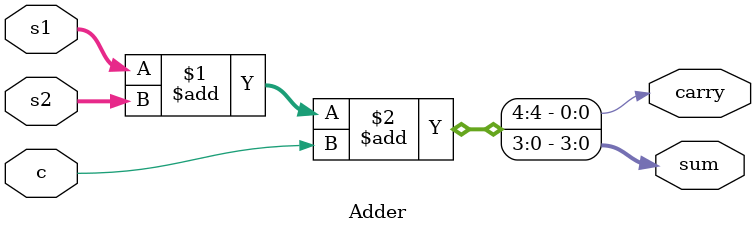
<source format=v>
`timescale 1ns / 1ps
module Adder(s1, s2, c, sum, carry);
input [3:0] s1, s2;
input c;
output [3:0]sum;
output carry;

assign {carry, sum} = s1+s2+c;


endmodule

</source>
